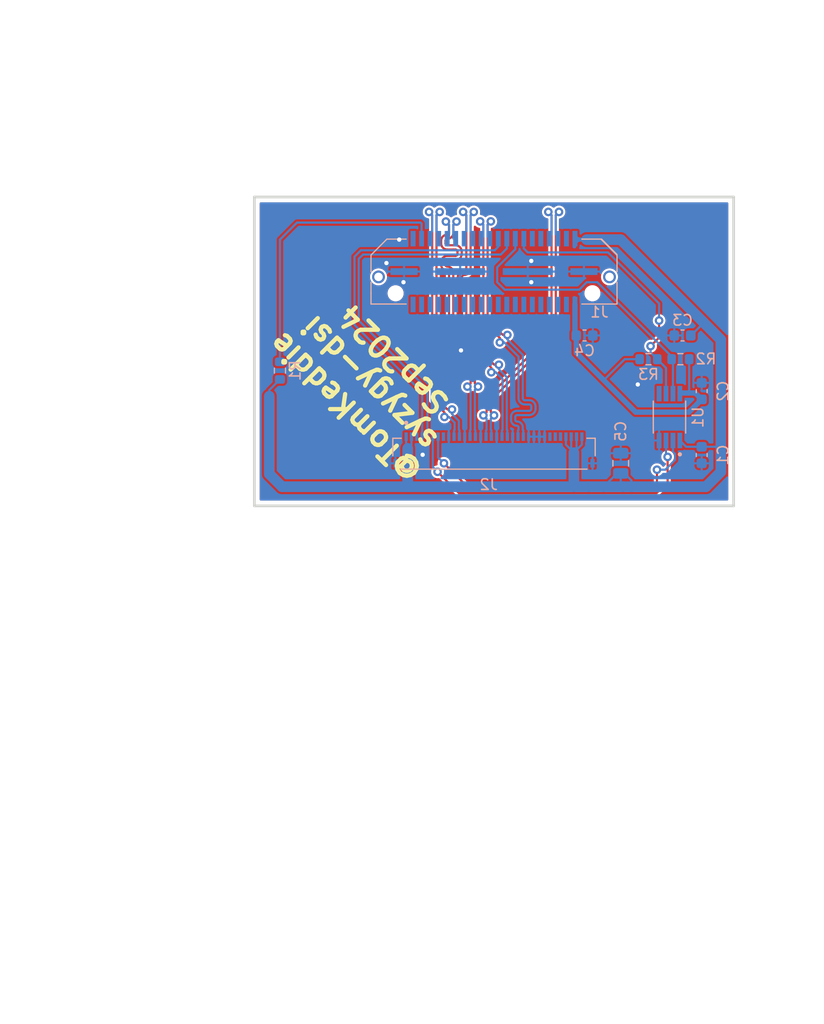
<source format=kicad_pcb>
(kicad_pcb (version 20240108) (generator "pcbnew") (generator_version "8.0")
  (title_block (title "SZG-TEMPLATE-STD") (rev "A") (company "Opal Kelly Incorporated"))
  (layers (0 "F.Cu" signal) (1 "In1.Cu" signal) (2 "In2.Cu" signal) (31 "B.Cu" signal) (34 "B.Paste" user) (35 "F.Paste" user) (36 "B.SilkS" user "B.Silkscreen") (37 "F.SilkS" user "F.Silkscreen") (38 "B.Mask" user) (39 "F.Mask" user) (44 "Edge.Cuts" user))
  (net 0 "")
  (net 1 "GND")
  (net 2 "/R_GA")
  (net 3 "/RSVD_38")
  (net 4 "/RSVD_37")
  (net 5 "/P2C_CLKN")
  (net 6 "/P2C_CLKP")
  (net 7 "/S27")
  (net 8 "/S26")
  (net 9 "/S25")
  (net 10 "/S24")
  (net 11 "/S23")
  (net 12 "/S22")
  (net 13 "/S21")
  (net 14 "/S20")
  (net 15 "/S19")
  (net 16 "/S18")
  (net 17 "/S17")
  (net 18 "/S16")
  (net 19 "/MCU_SDA_MOSI")
  (net 20 "/MCU_SCL_USCK")
  (net 26 "+3.3V")
  (net 27 "/C2P_CLK_N")
  (net 28 "/C2P_CLK_P")
  (net 29 "VBUS")
  (net 30 "/SCL")
  (net 31 "/SDA")
  (net 33 "unconnected-(J1-5V-Pad2)")
  (net 34 "/S02_D0_P")
  (net 35 "/S02_D0_N")
  (net 36 "/S1214_D6_P")
  (net 37 "/S810_D4_N")
  (net 38 "/S810_D4_P")
  (net 39 "/S46_D2_P")
  (net 40 "/S46_D2_N")
  (net 41 "/S1214_D6_N")
  (net 42 "/S911_D5_P")
  (net 43 "/S57_D3_P")
  (net 44 "/S57_D3_N")
  (net 45 "/S1315_D7_N")
  (net 46 "/S13_D1_N")
  (net 47 "/S1315_D7_P")
  (net 48 "/S911_D5_N")
  (net 49 "/S13_D1_P")
  (footprint "library:R_0603_1608Metric" (layer "B.Cu") (at 122.3 75.1 90)
    (property "Reference" "R1" (at 0 1.43 90) (layer "B.SilkS") (effects (justify mirror)))
    (property "Value" "10K")
    (pad "1" smd roundrect (at -0.825 0 90) (size 0.8 0.95) (layers "B.Cu" "B.Paste" "B.Mask") (net 26 "+3.3V"))
    (pad "2" smd roundrect (at 0.825 0 90) (size 0.8 0.95) (layers "B.Cu" "B.Paste" "B.Mask") (net 2 "/R_GA"))
  )
  (footprint "library:QTE-020-01-F-D-A" (layer "B.Cu") (at 142.40032 65.8)
    (property "Reference" "J1" (at 9.9 3.8 180) (layer "B.SilkS") (effects (justify mirror)))
    (property "Value" "SYZYGY_STD")
    (pad "" np_thru_hole circle (at -9.24 2.04 180) (size 1.02 1.02) (drill 1.02) (layers "*.Cu" "*.Mask"))
    (pad "" np_thru_hole circle (at 9.24 2.04 180) (size 1.02 1.02) (drill 1.02) (layers "*.Cu" "*.Mask"))
    (pad "0" smd rect (at -8.445 0) (size 2.54 0.64) (layers "B.Cu" "B.Paste" "B.Mask") (net 1 "GND"))
    (pad "0" smd rect (at -3.175 0) (size 4.7 0.64) (layers "B.Cu" "B.Paste" "B.Mask") (net 1 "GND"))
    (pad "0" smd rect (at 3.175 0) (size 4.7 0.64) (layers "B.Cu" "B.Paste" "B.Mask") (net 1 "GND"))
    (pad "0" smd rect (at 8.445 0) (size 2.54 0.64) (layers "B.Cu" "B.Paste" "B.Mask") (net 1 "GND"))
    (pad "1" smd rect (at -7.6 3.09) (size 0.46 1.45) (layers "B.Cu" "B.Paste" "B.Mask") (net 20 "/MCU_SCL_USCK"))
    (pad "2" smd rect (at -7.6 -3.09) (size 0.46 1.45) (layers "B.Cu" "B.Paste" "B.Mask") (net 33 "unconnected-(J1-5V-Pad2)"))
    (pad "3" smd rect (at -6.8 3.09) (size 0.46 1.45) (layers "B.Cu" "B.Paste" "B.Mask") (net 19 "/MCU_SDA_MOSI"))
    (pad "4" smd rect (at -6.8 -3.09) (size 0.46 1.45) (layers "B.Cu" "B.Paste" "B.Mask") (net 2 "/R_GA"))
    (pad "5" smd rect (at -6 3.09) (size 0.46 1.45) (layers "B.Cu" "B.Paste" "B.Mask") (net 34 "/S02_D0_P"))
    (pad "6" smd rect (at -6 -3.09) (size 0.46 1.45) (layers "B.Cu" "B.Paste" "B.Mask") (net 49 "/S13_D1_P"))
    (pad "7" smd rect (at -5.2 3.09) (size 0.46 1.45) (layers "B.Cu" "B.Paste" "B.Mask") (net 35 "/S02_D0_N"))
    (pad "8" smd rect (at -5.2 -3.09) (size 0.46 1.45) (layers "B.Cu" "B.Paste" "B.Mask") (net 46 "/S13_D1_N"))
    (pad "9" smd rect (at -4.4 3.09) (size 0.46 1.45) (layers "B.Cu" "B.Paste" "B.Mask") (net 39 "/S46_D2_P"))
    (pad "10" smd rect (at -4.4 -3.09) (size 0.46 1.45) (layers "B.Cu" "B.Paste" "B.Mask") (net 43 "/S57_D3_P"))
    (pad "11" smd rect (at -3.6 3.09) (size 0.46 1.45) (layers "B.Cu" "B.Paste" "B.Mask") (net 40 "/S46_D2_N"))
    (pad "12" smd rect (at -3.6 -3.09) (size 0.46 1.45) (layers "B.Cu" "B.Paste" "B.Mask") (net 44 "/S57_D3_N"))
    (pad "13" smd rect (at -2.8 3.09) (size 0.46 1.45) (layers "B.Cu" "B.Paste" "B.Mask") (net 38 "/S810_D4_P"))
    (pad "14" smd rect (at -2.8 -3.09) (size 0.46 1.45) (layers "B.Cu" "B.Paste" "B.Mask") (net 42 "/S911_D5_P"))
    (pad "15" smd rect (at -2 3.09) (size 0.46 1.45) (layers "B.Cu" "B.Paste" "B.Mask") (net 37 "/S810_D4_N"))
    (pad "16" smd rect (at -2 -3.09) (size 0.46 1.45) (layers "B.Cu" "B.Paste" "B.Mask") (net 48 "/S911_D5_N"))
    (pad "17" smd rect (at -1.2 3.09) (size 0.46 1.45) (layers "B.Cu" "B.Paste" "B.Mask") (net 36 "/S1214_D6_P"))
    (pad "18" smd rect (at -1.2 -3.09) (size 0.46 1.45) (layers "B.Cu" "B.Paste" "B.Mask") (net 47 "/S1315_D7_P"))
    (pad "19" smd rect (at -0.4 3.09) (size 0.46 1.45) (layers "B.Cu" "B.Paste" "B.Mask") (net 41 "/S1214_D6_N"))
    (pad "20" smd rect (at -0.4 -3.09) (size 0.46 1.45) (layers "B.Cu" "B.Paste" "B.Mask") (net 45 "/S1315_D7_N"))
    (pad "21" smd rect (at 0.4 3.09) (size 0.46 1.45) (layers "B.Cu" "B.Paste" "B.Mask") (net 18 "/S16"))
    (pad "22" smd rect (at 0.4 -3.09) (size 0.46 1.45) (layers "B.Cu" "B.Paste" "B.Mask") (net 17 "/S17"))
    (pad "23" smd rect (at 1.2 3.09) (size 0.46 1.45) (layers "B.Cu" "B.Paste" "B.Mask") (net 16 "/S18"))
    (pad "24" smd rect (at 1.2 -3.09) (size 0.46 1.45) (layers "B.Cu" "B.Paste" "B.Mask") (net 15 "/S19"))
    (pad "25" smd rect (at 2 3.09) (size 0.46 1.45) (layers "B.Cu" "B.Paste" "B.Mask") (net 14 "/S20"))
    (pad "26" smd rect (at 2 -3.09) (size 0.46 1.45) (layers "B.Cu" "B.Paste" "B.Mask") (net 13 "/S21"))
    (pad "27" smd rect (at 2.8 3.09) (size 0.46 1.45) (layers "B.Cu" "B.Paste" "B.Mask") (net 12 "/S22"))
    (pad "28" smd rect (at 2.8 -3.09) (size 0.46 1.45) (layers "B.Cu" "B.Paste" "B.Mask") (net 11 "/S23"))
    (pad "29" smd rect (at 3.6 3.09) (size 0.46 1.45) (layers "B.Cu" "B.Paste" "B.Mask") (net 10 "/S24"))
    (pad "30" smd rect (at 3.6 -3.09) (size 0.46 1.45) (layers "B.Cu" "B.Paste" "B.Mask") (net 9 "/S25"))
    (pad "31" smd rect (at 4.4 3.09) (size 0.46 1.45) (layers "B.Cu" "B.Paste" "B.Mask") (net 8 "/S26"))
    (pad "32" smd rect (at 4.4 -3.09) (size 0.46 1.45) (layers "B.Cu" "B.Paste" "B.Mask") (net 7 "/S27"))
    (pad "33" smd rect (at 5.2 3.09) (size 0.46 1.45) (layers "B.Cu" "B.Paste" "B.Mask") (net 6 "/P2C_CLKP"))
    (pad "34" smd rect (at 5.2 -3.09) (size 0.46 1.45) (layers "B.Cu" "B.Paste" "B.Mask") (net 28 "/C2P_CLK_P"))
    (pad "35" smd rect (at 6 3.09) (size 0.46 1.45) (layers "B.Cu" "B.Paste" "B.Mask") (net 5 "/P2C_CLKN"))
    (pad "36" smd rect (at 6 -3.09) (size 0.46 1.45) (layers "B.Cu" "B.Paste" "B.Mask") (net 27 "/C2P_CLK_N"))
    (pad "37" smd rect (at 6.8 3.09) (size 0.46 1.45) (layers "B.Cu" "B.Paste" "B.Mask") (net 4 "/RSVD_37"))
    (pad "38" smd rect (at 6.8 -3.09) (size 0.46 1.45) (layers "B.Cu" "B.Paste" "B.Mask") (net 3 "/RSVD_38"))
    (pad "39" smd rect (at 7.6 3.09) (size 0.46 1.45) (layers "B.Cu" "B.Paste" "B.Mask") (net 29 "VBUS"))
    (pad "40" smd rect (at 7.6 -3.09) (size 0.46 1.45) (layers "B.Cu" "B.Paste" "B.Mask") (net 26 "+3.3V"))
    (pad "MH" thru_hole circle (at -10.845 0.5 180) (size 1.2 1.2) (drill 0.8) (layers "*.Cu" "*.Mask"))
    (pad "MH" thru_hole circle (at 10.845 0.5 180) (size 1.2 1.2) (drill 0.8) (layers "*.Cu" "*.Mask"))
  )
  (footprint "library:R_0603_1608Metric" (layer "B.Cu") (at 156.9 74.025)
    (property "Reference" "R3" (at 0 1.43 180) (layer "B.SilkS") (effects (justify mirror)))
    (property "Value" "10K")
    (pad "1" smd roundrect (at -0.825 0) (size 0.8 0.95) (layers "B.Cu" "B.Paste" "B.Mask") (net 29 "VBUS"))
    (pad "2" smd roundrect (at 0.825 0) (size 0.8 0.95) (layers "B.Cu" "B.Paste" "B.Mask") (net 11 "/S23"))
  )
  (footprint "library:C_0603_1608Metric" (layer "B.Cu") (at 160.1 71.8 180)
    (property "Reference" "C3" (at 0 1.43 0) (layer "B.SilkS") (effects (justify mirror)))
    (property "Value" "10uF")
    (pad "1" smd roundrect (at -0.775 0 180) (size 0.9 0.95) (layers "B.Cu" "B.Paste" "B.Mask") (net 26 "+3.3V"))
    (pad "2" smd roundrect (at 0.775 0 180) (size 0.9 0.95) (layers "B.Cu" "B.Paste" "B.Mask") (net 1 "GND"))
  )
  (footprint "library:C_0603_1608Metric" (layer "B.Cu") (at 161.9 83.025 -90)
    (property "Reference" "C1" (at 0 -2 90) (layer "B.SilkS") (effects (justify mirror)))
    (property "Value" "0.1uF")
    (pad "1" smd roundrect (at -0.775 0 270) (size 0.9 0.95) (layers "B.Cu" "B.Paste" "B.Mask") (net 26 "+3.3V"))
    (pad "2" smd roundrect (at 0.775 0 270) (size 0.9 0.95) (layers "B.Cu" "B.Paste" "B.Mask") (net 1 "GND"))
  )
  (footprint "library:R_0603_1608Metric" (layer "B.Cu") (at 159.9 74.025 180)
    (property "Reference" "R2" (at -2.4 0.025 0) (layer "B.SilkS") (effects (justify mirror)))
    (property "Value" "10K")
    (pad "1" smd roundrect (at -0.825 0 180) (size 0.8 0.95) (layers "B.Cu" "B.Paste" "B.Mask") (net 29 "VBUS"))
    (pad "2" smd roundrect (at 0.825 0 180) (size 0.8 0.95) (layers "B.Cu" "B.Paste" "B.Mask") (net 13 "/S21"))
  )
  (footprint "library:C_0805_2012Metric" (layer "B.Cu") (at 154.3 83.8 90)
    (property "Reference" "C5" (at 3 0 90) (layer "B.SilkS") (effects (justify mirror)))
    (property "Value" "47uF")
    (pad "1" smd roundrect (at -0.949999 0 90) (size 1 1.45) (layers "B.Cu" "B.Paste" "B.Mask") (net 26 "+3.3V"))
    (pad "2" smd roundrect (at 0.949999 0 90) (size 1 1.45) (layers "B.Cu" "B.Paste" "B.Mask") (net 1 "GND"))
  )
  (footprint "library:HRS_FH34SRJ-34S-0.5SH_50_" (layer "B.Cu") (at 142.40032 82.55 180)
    (property "Reference" "J2" (at 0.50032 -3.25 0) (layer "B.SilkS") (effects (justify mirror)))
    (property "Value" "FH34SRJ-34S-0.5SH_50")
    (pad "1" smd rect (at 8.25 1.25 180) (size 0.3 0.8) (layers "B.Cu" "B.Mask") (net 26 "+3.3V"))
    (pad "2" smd rect (at 7.75 1.25 180) (size 0.3 0.8) (layers "B.Cu" "B.Mask") (net 26 "+3.3V"))
    (pad "3" smd rect (at 7.25 1.25 180) (size 0.3 0.8) (layers "B.Cu" "B.Mask"))
    (pad "4" smd rect (at 6.75 1.25 180) (size 0.3 0.8) (layers "B.Cu" "B.Mask") (net 17 "/S17"))
    (pad "5" smd rect (at 6.25 1.25 180) (size 0.3 0.8) (layers "B.Cu" "B.Mask") (net 15 "/S19"))
    (pad "6" smd rect (at 5.75 1.25 180) (size 0.3 0.8) (layers "B.Cu" "B.Mask") (net 31 "/SDA"))
    (pad "7" smd rect (at 5.25 1.25 180) (size 0.3 0.8) (layers "B.Cu" "B.Mask") (net 30 "/SCL"))
    (pad "8" smd rect (at 4.75 1.25 180) (size 0.3 0.8) (layers "B.Cu" "B.Mask"))
    (pad "9" smd rect (at 4.25 1.25 180) (size 0.3 0.8) (layers "B.Cu" "B.Mask") (net 1 "GND"))
    (pad "10" smd rect (at 3.75 1.25 180) (size 0.3 0.8) (layers "B.Cu" "B.Mask") (net 49 "/S13_D1_P"))
    (pad "11" smd rect (at 3.25 1.25 180) (size 0.3 0.8) (layers "B.Cu" "B.Mask") (net 46 "/S13_D1_N"))
    (pad "12" smd rect (at 2.75 1.25 180) (size 0.3 0.8) (layers "B.Cu" "B.Mask") (net 1 "GND"))
    (pad "13" smd rect (at 2.25 1.25 180) (size 0.3 0.8) (layers "B.Cu" "B.Mask") (net 43 "/S57_D3_P"))
    (pad "14" smd rect (at 1.75 1.25 180) (size 0.3 0.8) (layers "B.Cu" "B.Mask") (net 44 "/S57_D3_N"))
    (pad "15" smd rect (at 1.25 1.25 180) (size 0.3 0.8) (layers "B.Cu" "B.Mask") (net 1 "GND"))
    (pad "16" smd rect (at 0.75 1.25 180) (size 0.3 0.8) (layers "B.Cu" "B.Mask") (net 28 "/C2P_CLK_P"))
    (pad "17" smd rect (at 0.25 1.25 180) (size 0.3 0.8) (layers "B.Cu" "B.Mask") (net 27 "/C2P_CLK_N"))
    (pad "18" smd rect (at -0.25 1.25 180) (size 0.3 0.8) (layers "B.Cu" "B.Mask") (net 1 "GND"))
    (pad "19" smd rect (at -0.75 1.25 180) (size 0.3 0.8) (layers "B.Cu" "B.Mask") (net 42 "/S911_D5_P"))
    (pad "20" smd rect (at -1.25 1.25 180) (size 0.3 0.8) (layers "B.Cu" "B.Mask") (net 48 "/S911_D5_N"))
    (pad "21" smd rect (at -1.75 1.25 180) (size 0.3 0.8) (layers "B.Cu" "B.Mask") (net 1 "GND"))
    (pad "22" smd rect (at -2.25 1.25 180) (size 0.3 0.8) (layers "B.Cu" "B.Mask") (net 47 "/S1315_D7_P"))
    (pad "23" smd rect (at -2.75 1.25 180) (size 0.3 0.8) (layers "B.Cu" "B.Mask") (net 45 "/S1315_D7_N"))
    (pad "24" smd rect (at -3.25 1.25 180) (size 0.3 0.8) (layers "B.Cu" "B.Mask") (net 1 "GND"))
    (pad "25" smd rect (at -3.75 1.25 180) (size 0.3 0.8) (layers "B.Cu" "B.Mask") (net 1 "GND"))
    (pad "26" smd rect (at -4.25 1.25 180) (size 0.3 0.8) (layers "B.Cu" "B.Mask") (net 1 "GND"))
    (pad "27" smd rect (at -4.75 1.25 180) (size 0.3 0.8) (layers "B.Cu" "B.Mask") (net 1 "GND"))
    (pad "28" smd rect (at -5.25 1.25 180) (size 0.3 0.8) (layers "B.Cu" "B.Mask"))
    (pad "29" smd rect (at -5.75 1.25 180) (size 0.3 0.8) (layers "B.Cu" "B.Mask"))
    (pad "30" smd rect (at -6.25 1.25 180) (size 0.3 0.8) (layers "B.Cu" "B.Mask"))
    (pad "31" smd rect (at -6.75 1.25 180) (size 0.3 0.8) (layers "B.Cu" "B.Mask") (net 26 "+3.3V"))
    (pad "32" smd rect (at -7.25 1.25 180) (size 0.3 0.8) (layers "B.Cu" "B.Mask") (net 26 "+3.3V"))
    (pad "33" smd rect (at -7.75 1.25 180) (size 0.3 0.8) (layers "B.Cu" "B.Mask") (net 26 "+3.3V"))
    (pad "34" smd rect (at -8.25 1.25 180) (size 0.3 0.8) (layers "B.Cu" "B.Mask") (net 26 "+3.3V"))
    (pad "S1" smd rect (at 9.25 -1.25 180) (size 0.4 0.8) (layers "B.Cu" "B.Paste" "B.Mask") (net 1 "GND"))
    (pad "S2" smd rect (at -9.25 -1.25 180) (size 0.4 0.8) (layers "B.Cu" "B.Paste" "B.Mask") (net 1 "GND"))
  )
  (footprint "library:IC_TCA9517ADGKR" (layer "B.Cu") (at 158.875 79.461048 90)
    (property "Reference" "U1" (at -0.025 2.675 90) (layer "B.SilkS") (effects (justify mirror)))
    (property "Value" "TCA9517ADGKR")
    (pad "1" smd rect (at -2.2 0.975 90) (size 1.45 0.45) (layers "B.Cu" "B.Paste") (net 26 "+3.3V"))
    (pad "2" smd rect (at -2.2 0.325 90) (size 1.45 0.45) (layers "B.Cu" "B.Paste") (net 30 "/SCL"))
    (pad "3" smd rect (at -2.2 -0.325 90) (size 1.45 0.45) (layers "B.Cu" "B.Paste") (net 31 "/SDA"))
    (pad "4" smd rect (at -2.2 -0.975 90) (size 1.45 0.45) (layers "B.Cu" "B.Paste") (net 1 "GND"))
    (pad "5" smd rect (at 2.2 -0.975 90) (size 1.45 0.45) (layers "B.Cu" "B.Paste"))
    (pad "6" smd rect (at 2.2 -0.325 90) (size 1.45 0.45) (layers "B.Cu" "B.Paste") (net 11 "/S23"))
    (pad "7" smd rect (at 2.2 0.325 90) (size 1.45 0.45) (layers "B.Cu" "B.Paste") (net 13 "/S21"))
    (pad "8" smd rect (at 2.2 0.975 90) (size 1.45 0.45) (layers "B.Cu" "B.Paste") (net 29 "VBUS"))
  )
  (footprint "library:C_0603_1608Metric" (layer "B.Cu") (at 150.9 71.8)
    (property "Reference" "C4" (at 0 1.43 0) (layer "B.SilkS") (effects (justify mirror)))
    (property "Value" "10uF")
    (pad "1" smd roundrect (at -0.775 0) (size 0.9 0.95) (layers "B.Cu" "B.Paste" "B.Mask") (net 29 "VBUS"))
    (pad "2" smd roundrect (at 0.775 0) (size 0.9 0.95) (layers "B.Cu" "B.Paste" "B.Mask") (net 1 "GND"))
  )
  (footprint "library:C_0603_1608Metric" (layer "B.Cu") (at 161.9 77.025 90)
    (property "Reference" "C2" (at 0 2 90) (layer "B.SilkS") (effects (justify mirror)))
    (property "Value" "0.1uF")
    (pad "1" smd roundrect (at -0.775 0 90) (size 0.9 0.95) (layers "B.Cu" "B.Paste" "B.Mask") (net 29 "VBUS"))
    (pad "2" smd roundrect (at 0.775 0 90) (size 0.9 0.95) (layers "B.Cu" "B.Paste" "B.Mask") (net 1 "GND"))
  )
  (gr_line (start 152.5 62.75) (end 153.95 64.2) (stroke (width 0.12)) (layer "B.SilkS"))
  (gr_line (start 164.9 58.8) (end 119.9 58.8) (stroke (width 0.254)) (layer "Edge.Cuts"))
  (gr_line (start 164.9 87.8) (end 164.9 58.8) (stroke (width 0.254)) (layer "Edge.Cuts"))
  (gr_line (start 119.9 87.8) (end 164.9 87.8) (stroke (width 0.254)) (layer "Edge.Cuts"))
  (gr_line (start 119.9 58.8) (end 119.9 87.8) (stroke (width 0.254)) (layer "Edge.Cuts"))
  (gr_text "@TomKeddie\nsyzygy-dsi\nSep2024" (at 130.7 76.3 135) (layer "F.SilkS") (effects (font (size 2 2) (thickness 0.4) (bold yes))))
  (via (at 135.7 83) (size 0.8) (drill 0.4) (layers "F.Cu" "B.Cu") (net 1))
  (via (at 145.9 66.8) (size 0.8) (drill 0.4) (layers "F.Cu" "B.Cu") (net 1))
  (via (at 139.3 73.2) (size 0.8) (drill 0.4) (layers "F.Cu" "B.Cu") (net 1))
  (via (at 145.9 64.8) (size 0.8) (drill 0.4) (layers "F.Cu" "B.Cu") (net 1))
  (via (at 133.9 66.8) (size 0.8) (drill 0.4) (layers "F.Cu" "B.Cu") (net 1))
  (via (at 132.3 65) (size 0.8) (drill 0.4) (layers "F.Cu" "B.Cu") (net 1))
  (via (at 133.5 62.8) (size 0.8) (drill 0.4) (layers "F.Cu" "B.Cu") (net 1))
  (via (at 155.9 76.4) (size 0.8) (drill 0.4) (layers "F.Cu" "B.Cu") (net 1))
  (segment (start 135.5 61.2) (end 135.60032 61.30032) (width 0.2) (layer "B.Cu") (net 2))
  (segment (start 135.60032 61.30032) (end 135.60032 62.71) (width 0.2) (layer "B.Cu") (net 2))
  (segment (start 122.3 74.275) (end 122.3 62.8) (width 0.2) (layer "B.Cu") (net 2))
  (segment (start 123.9 61.2) (end 135.5 61.2) (width 0.2) (layer "B.Cu") (net 2))
  (segment (start 122.3 62.8) (end 123.9 61.2) (width 0.2) (layer "B.Cu") (net 2))
  (segment (start 157.9 70.4) (end 157.9 72) (width 0.2) (layer "F.Cu") (net 11))
  (segment (start 157.9 72) (end 157.1 72.8) (width 0.2) (layer "F.Cu") (net 11))
  (via (at 157.1 72.8) (size 0.8) (drill 0.4) (layers "F.Cu" "B.Cu") (net 11))
  (via (at 157.9 70.4) (size 0.8) (drill 0.4) (layers "F.Cu" "B.Cu") (net 11))
  (segment (start 145.56532 64) (end 146.1 64) (width 0.2) (layer "B.Cu") (net 11))
  (segment (start 145.20032 62.71) (end 145.20032 63.635) (width 0.2) (layer "B.Cu") (net 11))
  (segment (start 157.1 72.8) (end 157.1 73.4) (width 0.2) (layer "B.Cu") (net 11))
  (segment (start 154.3 65.2) (end 157.9 68.8) (width 0.2) (layer "B.Cu") (net 11))
  (segment (start 157.9 68.8) (end 157.9 70.4) (width 0.2) (layer "B.Cu") (net 11))
  (segment (start 157.1 73.4) (end 157.725 74.025) (width 0.2) (layer "B.Cu") (net 11))
  (segment (start 158.55 74.85) (end 157.725 74.025) (width 0.2) (layer "B.Cu") (net 11))
  (segment (start 158.55 77.261048) (end 158.55 74.85) (width 0.2) (layer "B.Cu") (net 11))
  (segment (start 145.20032 63.635) (end 145.56532 64) (width 0.2) (layer "B.Cu") (net 11))
  (segment (start 146.1 64) (end 153.1 64) (width 0.2) (layer "B.Cu") (net 11))
  (segment (start 153.1 64) (end 154.3 65.2) (width 0.2) (layer "B.Cu") (net 11))
  (segment (start 159.075 73.775) (end 159.075 74.025) (width 0.2) (layer "B.Cu") (net 13))
  (segment (start 150.4 67.5) (end 151.1 66.8) (width 0.2) (layer "B.Cu") (net 13))
  (segment (start 142.7 66.8) (end 143.4 67.5) (width 0.2) (layer "B.Cu") (net 13))
  (segment (start 142.7 65.4) (end 142.7 66.8) (width 0.2) (layer "B.Cu") (net 13))
  (segment (start 159.2 77.261048) (end 159.2 74.15) (width 0.2) (layer "B.Cu") (net 13))
  (segment (start 144.40032 62.71) (end 144.40032 63.69968) (width 0.2) (layer "B.Cu") (net 13))
  (segment (start 159.2 74.15) (end 159.075 74.025) (width 0.2) (layer "B.Cu") (net 13))
  (segment (start 143.4 67.5) (end 150.4 67.5) (width 0.2) (layer "B.Cu") (net 13))
  (segment (start 144.40032 63.69968) (end 142.7 65.4) (width 0.2) (layer "B.Cu") (net 13))
  (segment (start 151.1 66.8) (end 152.1 66.8) (width 0.2) (layer "B.Cu") (net 13))
  (segment (start 152.1 66.8) (end 159.075 73.775) (width 0.2) (layer "B.Cu") (net 13))
  (segment (start 136.15032 76.85032) (end 136.15032 81.3) (width 0.2) (layer "B.Cu") (net 15))
  (segment (start 143.03532 64.2) (end 130.1 64.2) (width 0.2) (layer "B.Cu") (net 15))
  (segment (start 129.7 64.6) (end 129.7 70.4) (width 0.2) (layer "B.Cu") (net 15))
  (segment (start 143.60032 62.71) (end 143.60032 63.635) (width 0.2) (layer "B.Cu") (net 15))
  (segment (start 143.60032 63.635) (end 143.03532 64.2) (width 0.2) (layer "B.Cu") (net 15))
  (segment (start 130.1 64.2) (end 129.7 64.6) (width 0.2) (layer "B.Cu") (net 15))
  (segment (start 129.7 70.4) (end 136.15032 76.85032) (width 0.2) (layer "B.Cu") (net 15))
  (segment (start 142.46532 63.8) (end 142.80032 63.465) (width 0.2) (layer "B.Cu") (net 17))
  (segment (start 129.3 64.4) (end 129.9 63.8) (width 0.2) (layer "B.Cu") (net 17))
  (segment (start 129.9 63.8) (end 142.46532 63.8) (width 0.2) (layer "B.Cu") (net 17))
  (segment (start 129.3 70.8) (end 129.3 64.4) (width 0.2) (layer "B.Cu") (net 17))
  (segment (start 142.80032 63.465) (end 142.80032 62.71) (width 0.2) (layer "B.Cu") (net 17))
  (segment (start 135.65032 81.3) (end 135.65032 77.15032) (width 0.2) (layer "B.Cu") (net 17))
  (segment (start 135.65032 77.15032) (end 129.3 70.8) (width 0.2) (layer "B.Cu") (net 17))
  (segment (start 155.3 63.8) (end 162.1 70.6) (width 1) (layer "B.Cu") (net 26))
  (segment (start 155.3 86) (end 154.5 86) (width 1) (layer "B.Cu") (net 26))
  (segment (start 160.3 86) (end 155.3 86) (width 1) (layer "B.Cu") (net 26))
  (segment (start 154.649999 84.749999) (end 155.3 85.4) (width 0.2) (layer "B.Cu") (net 26))
  (segment (start 122.3 75.925) (end 121.3 76.925) (width 0.2) (layer "B.Cu") (net 26))
  (segment (start 121.3 84.8) (end 121.3 77.5) (width 1) (layer "B.Cu") (net 26))
  (segment (start 134.65032 81.3) (end 134.65032 82.04968) (width 0.2) (layer "B.Cu") (net 26))
  (segment (start 163.7 82.2) (end 163.7 84.6) (width 1) (layer "B.Cu") (net 26))
  (segment (start 149.15032 81.3) (end 149.15032 82.05032) (width 0.2) (layer "B.Cu") (net 26))
  (segment (start 151.01 62.71) (end 151.1 62.8) (width 0.2) (layer "B.Cu") (net 26))
  (segment (start 149.9 86) (end 134.3 86) (width 1) (layer "B.Cu") (net 26))
  (segment (start 153.950001 84.749999) (end 152.7 86) (width 0.2) (layer "B.Cu") (net 26))
  (segment (start 160.438952 82.25) (end 159.85 81.661048) (width 0.2) (layer "B.Cu") (net 26))
  (segment (start 162.1 70.6) (end 163.7 72.2) (width 1) (layer "B.Cu") (net 26))
  (segment (start 134.15032 82.25032) (end 134.3 82.4) (width 0.2) (layer "B.Cu") (net 26))
  (segment (start 162.3 86) (end 160.3 86) (width 1) (layer "B.Cu") (net 26))
  (segment (start 163.7 72.2) (end 163.7 82.2) (width 1) (layer "B.Cu") (net 26))
  (segment (start 154.3 84.749999) (end 153.950001 84.749999) (width 0.2) (layer "B.Cu") (net 26))
  (segment (start 134.65032 82.04968) (end 134.3 82.4) (width 0.2) (layer "B.Cu") (net 26))
  (segment (start 161.9 82.25) (end 160.438952 82.25) (width 0.2) (layer "B.Cu") (net 26))
  (segment (start 163.7 84.6) (end 162.3 86) (width 1) (layer "B.Cu") (net 26))
  (segment (start 150.65032 82.04968) (end 149.9 82.8) (width 0.2) (layer "B.Cu") (net 26))
  (segment (start 163.65 82.25) (end 161.9 82.25) (width 0.2) (layer "B.Cu") (net 26))
  (segment (start 134.15032 81.3) (end 134.15032 82.25032) (width 0.2) (layer "B.Cu") (net 26))
  (segment (start 149.9 82.8) (end 149.9 86) (width 1) (layer "B.Cu") (net 26))
  (segment (start 151.3 86) (end 149.9 86) (width 1) (layer "B.Cu") (net 26))
  (segment (start 154.5 86) (end 152.7 86) (width 1) (layer "B.Cu") (net 26))
  (segment (start 154.3 85.8) (end 154.5 86) (width 0.2) (layer "B.Cu") (net 26))
  (segment (start 150.15032 81.3) (end 150.15032 82.54968) (width 0.2) (layer "B.Cu") (net 26))
  (segment (start 149.65032 81.3) (end 149.65032 82.55032) (width 0.2) (layer "B.Cu") (net 26))
  (segment (start 154.3 84.749999) (end 154.3 85.8) (width 0.2) (layer "B.Cu") (net 26))
  (segment (start 149.15032 82.05032) (end 149.9 82.8) (width 0.2) (layer "B.Cu") (net 26))
  (segment (start 154.3 84.749999) (end 154.649999 84.749999) (width 0.2) (layer "B.Cu") (net 26))
  (segment (start 155.3 85.4) (end 155.3 86) (width 0.2) (layer "B.Cu") (net 26))
  (segment (start 134.3 82.4) (end 134.3 86) (width 1) (layer "B.Cu") (net 26))
  (segment (start 122.5 86) (end 121.3 84.8) (width 1) (layer "B.Cu") (net 26))
  (segment (start 160.9 71.8) (end 162.1 70.6) (width 0.2) (layer "B.Cu") (net 26))
  (segment (start 163.7 82.2) (end 163.65 82.25) (width 0.2) (layer "B.Cu") (net 26))
  (segment (start 150.15032 82.54968) (end 149.9 82.8) (width 0.2) (layer "B.Cu") (net 26))
  (segment (start 150.00032 62.71) (end 151.01 62.71) (width 0.2) (layer "B.Cu") (net 26))
  (segment (start 121.3 76.925) (end 121.3 77.5) (width 0.2) (layer "B.Cu") (net 26))
  (segment (start 149.65032 82.55032) (end 149.9 82.8) (width 0.2) (layer "B.Cu") (net 26))
  (segment (start 160.875 71.8) (end 160.9 71.8) (width 0.2) (layer "B.Cu") (net 26))
  (segment (start 151.1 62.8) (end 154.3 62.8) (width 1) (layer "B.Cu") (net 26))
  (segment (start 134.3 86) (end 122.5 86) (width 1) (layer "B.Cu") (net 26))
  (segment (start 154.3 62.8) (end 155.3 63.8) (width 1) (layer "B.Cu") (net 26))
  (segment (start 152.7 86) (end 151.3 86) (width 1) (layer "B.Cu") (net 26))
  (segment (start 150.65032 81.3) (end 150.65032 82.04968) (width 0.2) (layer "B.Cu") (net 26))
  (segment (start 142.10032 79) (end 142.10032 77.882524) (width 0.2) (layer "F.Cu") (net 27))
  (segment (start 148.2 60.5) (end 148.5 60.2) (width 0.2) (layer "F.Cu") (net 27))
  (segment (start 148.2 71.782844) (end 148.2 60.5) (width 0.2) (layer "F.Cu") (net 27))
  (segment (start 142.40032 79.3) (end 142.10032 79) (width 0.2) (layer "F.Cu") (net 27))
  (segment (start 142.10032 77.882524) (end 148.2 71.782844) (width 0.2) (layer "F.Cu") (net 27))
  (via (at 142.40032 79.3) (size 0.8) (drill 0.4) (layers "F.Cu" "B.Cu") (net 27))
  (via (at 148.5 60.2) (size 0.8) (drill 0.4) (layers "F.Cu" "B.Cu") (net 27))
  (segment (start 142.15032 80.699999) (end 142.10032 80.649999) (width 0.2) (layer "B.Cu") (net 27))
  (segment (start 142.15032 81.3) (end 142.15032 80.699999) (width 0.2) (layer "B.Cu") (net 27))
  (segment (start 148.5 60.2) (end 148.2 60.5) (width 0.2) (layer "B.Cu") (net 27))
  (segment (start 142.10032 80.649999) (end 142.10032 79.6) (width 0.2) (layer "B.Cu") (net 27))
  (segment (start 142.10032 79.6) (end 142.40032 79.3) (width 0.2) (layer "B.Cu") (net 27))
  (segment (start 148.2 60.5) (end 148.2 62.3) (width 0.2) (layer "B.Cu") (net 27))
  (segment (start 141.70032 77.716836) (end 147.8 71.617156) (width 0.2) (layer "F.Cu") (net 28))
  (segment (start 141.70032 79) (end 141.70032 77.716836) (width 0.2) (layer "F.Cu") (net 28))
  (segment (start 141.40032 79.3) (end 141.70032 79) (width 0.2) (layer "F.Cu") (net 28))
  (segment (start 147.8 60.5) (end 147.5 60.2) (width 0.2) (layer "F.Cu") (net 28))
  (segment (start 147.8 71.617156) (end 147.8 60.5) (width 0.2) (layer "F.Cu") (net 28))
  (via (at 141.40032 79.3) (size 0.8) (drill 0.4) (layers "F.Cu" "B.Cu") (net 28))
  (via (at 147.5 60.2) (size 0.8) (drill 0.4) (layers "F.Cu" "B.Cu") (net 28))
  (segment (start 141.70032 80.649999) (end 141.70032 79.6) (width 0.2) (layer "B.Cu") (net 28))
  (segment (start 141.65032 81.3) (end 141.65032 80.699999) (width 0.2) (layer "B.Cu") (net 28))
  (segment (start 147.8 60.5) (end 147.8 62.3) (width 0.2) (layer "B.Cu") (net 28))
  (segment (start 141.65032 80.699999) (end 141.70032 80.649999) (width 0.2) (layer "B.Cu") (net 28))
  (segment (start 147.5 60.2) (end 147.8 60.5) (width 0.2) (layer "B.Cu") (net 28))
  (segment (start 141.70032 79.6) (end 141.40032 79.3) (width 0.2) (layer "B.Cu") (net 28))
  (segment (start 161.9 77.8) (end 161.3 77.2) (width 0.5) (layer "B.Cu") (net 29))
  (segment (start 154.675 74.025) (end 152.7 76) (width 0.2) (layer "B.Cu") (net 29))
  (segment (start 150.125 73.425) (end 152.7 76) (width 0.5) (layer "B.Cu") (net 29))
  (segment (start 160.725 74.025) (end 160.725 77.175) (width 0.2) (layer "B.Cu") (net 29))
  (segment (start 150.00032 71.67532) (end 150.125 71.8) (width 0.5) (layer "B.Cu") (net 29))
  (segment (start 155.7 79) (end 160.7 79) (width 0.5) (layer "B.Cu") (net 29))
  (segment (start 150.125 71.8) (end 150.125 73.425) (width 0.5) (layer "B.Cu") (net 29))
  (segment (start 160.7 77.2) (end 159.911048 77.2) (width 0.5) (layer "B.Cu") (net 29))
  (segment (start 159.911048 77.2) (end 159.875 77.236048) (width 0.5) (layer "B.Cu") (net 29))
  (segment (start 159.875 77.236048) (end 159.875 77.261048) (width 0.5) (layer "B.Cu") (net 29))
  (segment (start 152.7 76) (end 155.7 79) (width 0.5) (layer "B.Cu") (net 29))
  (segment (start 150.00032 68.89) (end 150.00032 71.67532) (width 0.5) (layer "B.Cu") (net 29))
  (segment (start 156.075 74.025) (end 154.675 74.025) (width 0.2) (layer "B.Cu") (net 29))
  (segment (start 161.3 77.2) (end 160.7 77.2) (width 0.5) (layer "B.Cu") (net 29))
  (segment (start 160.7 79) (end 161.9 77.8) (width 0.5) (layer "B.Cu") (net 29))
  (segment (start 160.725 77.175) (end 160.7 77.2) (width 0.2) (layer "B.Cu") (net 29))
  (segment (start 157.7 86) (end 157.5 86.2) (width 0.2) (layer "F.Cu") (net 30))
  (segment (start 140.1 86.2) (end 137.7 83.8) (width 0.2) (layer "F.Cu") (net 30))
  (segment (start 157.7 84.4) (end 157.7 86) (width 0.2) (layer "F.Cu") (net 30))
  (segment (start 157.5 86.2) (end 140.1 86.2) (width 0.2) (layer "F.Cu") (net 30))
  (via (at 137.7 83.8) (size 0.8) (drill 0.4) (layers "F.Cu" "B.Cu") (net 30))
  (via (at 157.7 84.4) (size 0.8) (drill 0.4) (layers "F.Cu" "B.Cu") (net 30))
  (segment (start 159.2 81.661048) (end 159.2 82.71005) (width 0.2) (layer "B.Cu") (net 30))
  (segment (start 158.48995 84.4) (end 157.7 84.4) (width 0.2) (layer "B.Cu") (net 30))
  (segment (start 137.15032 81.3) (end 137.15032 83.25032) (width 0.2) (layer "B.Cu") (net 30))
  (segment (start 159.2 82.71005) (end 159.4 82.91005) (width 0.2) (layer "B.Cu") (net 30))
  (segment (start 159.4 83.48995) (end 158.48995 84.4) (width 0.2) (layer "B.Cu") (net 30))
  (segment (start 159.4 82.91005) (end 159.4 83.48995) (width 0.2) (layer "B.Cu") (net 30))
  (segment (start 137.15032 83.25032) (end 137.7 83.8) (width 0.2) (layer "B.Cu") (net 30))
  (segment (start 158.7 83.2) (end 158.7 85.565685) (width 0.2) (layer "F.Cu") (net 31))
  (segment (start 139.1 86.6) (end 137.1 84.6) (width 0.2) (layer "F.Cu") (net 31))
  (segment (start 157.665685 86.6) (end 139.1 86.6) (width 0.2) (layer "F.Cu") (net 31))
  (segment (start 158.7 85.565685) (end 157.665685 86.6) (width 0.2) (layer "F.Cu") (net 31))
  (via (at 158.7 83.2) (size 0.8) (drill 0.4) (layers "F.Cu" "B.Cu") (net 31))
  (via (at 137.1 84.6) (size 0.8) (drill 0.4) (layers "F.Cu" "B.Cu") (net 31))
  (segment (start 136.65032 84.15032) (end 137.1 84.6) (width 0.2) (layer "B.Cu") (net 31))
  (segment (start 158.55 81.661048) (end 158.55 83.05) (width 0.2) (layer "B.Cu") (net 31))
  (segment (start 158.55 83.05) (end 158.7 83.2) (width 0.2) (layer "B.Cu") (net 31))
  (segment (start 136.65032 81.3) (end 136.65032 84.15032) (width 0.2) (layer "B.Cu") (net 31))
  (segment (start 142.146446 74.829289) (end 139.8 72.482843) (width 0.2) (layer "F.Cu") (net 42))
  (segment (start 142.146446 75.253554) (end 142.146446 74.829289) (width 0.2) (layer "F.Cu") (net 42))
  (segment (start 139 66.9) (end 139 66.32) (width 0.2) (layer "F.Cu") (net 42))
  (segment (start 139.8 60.5) (end 139.5 60.2) (width 0.2) (layer "F.Cu") (net 42))
  (segment (start 139.8 64.8) (end 139.8 60.5) (width 0.2) (layer "F.Cu") (net 42))
  (segment (start 139.8 65.52) (end 139.8 64.94) (width 0.2) (layer "F.Cu") (net 42))
  (segment (start 139.8 64.94) (end 139.8 64.8) (width 0.2) (layer "F.Cu") (net 42))
  (segment (start 139.8 72.482843) (end 139.8 67.7) (width 0.2) (layer "F.Cu") (net 42))
  (via (at 142.146446 75.253554) (size 0.8) (drill 0.4) (layers "F.Cu" "B.Cu") (net 42))
  (via (at 139.5 60.2) (size 0.8) (drill 0.4) (layers "F.Cu" "B.Cu") (net 42))
  (arc (start 139 66.32) (mid 139.175736 65.895736) (end 139.6 65.72) (width 0.2) (layer "F.Cu") (net 42))
  (arc (start 139.6 65.72) (mid 139.741421 65.661421) (end 139.8 65.52) (width 0.2) (layer "F.Cu") (net 42))
  (arc (start 139.8 67.7) (mid 139.741421 67.558579) (end 139.6 67.5) (width 0.2) (layer "F.Cu") (net 42))
  (arc (start 139.6 67.5) (mid 139.175736 67.324264) (end 139 66.9) (width 0.2) (layer "F.Cu") (net 42))
  (segment (start 139.60032 62.215) (end 139.60032 62.71) (width 0.2) (layer "B.Cu") (net 42))
  (segment (start 139.80032 61.776661) (end 139.80032 62.015) (width 0.2) (layer "B.Cu") (net 42))
  (segment (start 143.20032 80.649999) (end 143.20032 75.883163) (width 0.2) (layer "B.Cu") (net 42))
  (segment (start 143.20032 75.883163) (end 142.570711 75.253554) (width 0.2) (layer "B.Cu") (net 42))
  (segment (start 139.8 61.776341) (end 139.80032 61.776661) (width 0.2) (layer "B.Cu") (net 42))
  (segment (start 143.15032 81.3) (end 143.15032 80.699999) (width 0.2) (layer "B.Cu") (net 42))
  (segment (start 143.15032 80.699999) (end 143.20032 80.649999) (width 0.2) (layer "B.Cu") (net 42))
  (segment (start 139.5 60.2) (end 139.8 60.5) (width 0.2) (layer "B.Cu") (net 42))
  (segment (start 142.570711 75.253554) (end 142.146446 75.253554) (width 0.2) (layer "B.Cu") (net 42))
  (segment (start 139.8 60.5) (end 139.8 61.776341) (width 0.2) (layer "B.Cu") (net 42))
  (segment (start 139.80032 62.015) (end 139.60032 62.215) (width 0.2) (layer "B.Cu") (net 42))
  (segment (start 137.439488 65.16) (end 137.439488 64.9) (width 0.2) (layer "F.Cu") (net 43))
  (segment (start 140.20032 76.3) (end 140.20032 75.883164) (width 0.2) (layer "F.Cu") (net 43))
  (segment (start 137.439488 63.16) (end 137.439488 62.9) (width 0.2) (layer "F.Cu") (net 43))
  (segment (start 138.579488 63.73) (end 138.009488 63.73) (width 0.2) (layer "F.Cu") (net 43))
  (segment (start 138.009488 64.33) (end 138.179488 64.33) (width 0.2) (layer "F.Cu") (net 43))
  (segment (start 139.90032 76.6) (end 140.20032 76.3) (width 0.2) (layer "F.Cu") (net 43))
  (segment (start 140.20032 75.883164) (end 138.179488 73.862332) (width 0.2) (layer "F.Cu") (net 43))
  (segment (start 138.774488 63.73) (end 138.579488 63.73) (width 0.2) (layer "F.Cu") (net 43))
  (segment (start 138.179488 61.9) (end 138.179488 61.405463) (width 0.2) (layer "F.Cu") (net 43))
  (segment (start 138.179488 64.33) (end 138.774488 64.33) (width 0.2) (layer "F.Cu") (net 43))
  (segment (start 138.969488 64.135) (end 138.969488 63.925) (width 0.2) (layer "F.Cu") (net 43))
  (segment (start 138.179488 61.405463) (end 137.879488 61.105463) (width 0.2) (layer "F.Cu") (net 43))
  (segment (start 138.179488 73.862332) (end 138.179488 65.9) (width 0.2) (layer "F.Cu") (net 43))
  (segment (start 138.179488 62.16) (end 138.179488 61.9) (width 0.2) (layer "F.Cu") (net 43))
  (via (at 139.90032 76.6) (size 0.8) (drill 0.4) (layers "F.Cu" "B.Cu") (net 43))
  (via (at 137.879488 61.105463) (size 0.8) (drill 0.4) (layers "F.Cu" "B.Cu") (net 43))
  (arc (start 138.774488 64.33) (mid 138.912374 64.272886) (end 138.969488 64.135) (width 0.2) (layer "F.Cu") (net 43))
  (arc (start 138.969488 63.925) (mid 138.912374 63.787114) (end 138.774488 63.73) (width 0.2) (layer "F.Cu") (net 43))
  (arc (start 138.179488 65.9) (mid 138.129696 65.779792) (end 138.009488 65.73) (width 0.2) (layer "F.Cu") (net 43))
  (arc (start 138.009488 62.33) (mid 138.129696 62.280208) (end 138.179488 62.16) (width 0.2) (layer "F.Cu") (net 43))
  (arc (start 138.009488 63.73) (mid 137.606437 63.563051) (end 137.439488 63.16) (width 0.2) (layer "F.Cu") (net 43))
  (arc (start 138.009488 65.73) (mid 137.606437 65.563051) (end 137.439488 65.16) (width 0.2) (layer "F.Cu") (net 43))
  (arc (start 137.439488 64.9) (mid 137.606437 64.496949) (end 138.009488 64.33) (width 0.2) (layer "F.Cu") (net 43))
  (arc (start 137.439488 62.9) (mid 137.606437 62.496949) (end 138.009488 62.33) (width 0.2) (layer "F.Cu") (net 43))
  (segment (start 140.20032 76.9) (end 139.90032 76.6) (width 0.2) (layer "B.Cu") (net 43))
  (segment (start 140.15032 80.699999) (end 140.20032 80.649999) (width 0.2) (layer "B.Cu") (net 43))
  (segment (start 137.879488 61.105463) (end 138.179488 61.405463) (width 0.2) (layer "B.Cu") (net 43))
  (segment (start 140.20032 80.649999) (end 140.20032 76.9) (width 0.2) (layer "B.Cu") (net 43))
  (segment (start 138.179488 61.405463) (end 138.179488 62.7) (width 0.2) (layer "B.Cu") (net 43))
  (segment (start 140.15032 81.3) (end 140.15032 80.699999) (width 0.2) (layer "B.Cu") (net 43))
  (segment (start 138.774488 63.33) (end 138.579488 63.33) (width 0.2) (layer "F.Cu") (net 44))
  (segment (start 137.839488 65.16) (end 137.839488 64.9) (width 0.2) (layer "F.Cu") (net 44))
  (segment (start 138.579488 61.405463) (end 138.879488 61.105463) (width 0.2) (layer "F.Cu") (net 44))
  (segment (start 140.60032 75.717476) (end 138.579488 73.696644) (width 0.2) (layer "F.Cu") (net 44))
  (segment (start 139.369488 64.135) (end 139.369488 63.925) (width 0.2) (layer "F.Cu") (net 44))
  (segment (start 138.179488 64.73) (end 138.774488 64.73) (width 0.2) (layer "F.Cu") (net 44))
  (segment (start 138.579488 62.16) (end 138.579488 61.9) (width 0.2) (layer "F.Cu") (net 44))
  (segment (start 137.839488 63.16) (end 137.839488 62.9) (width 0.2) (layer "F.Cu") (net 44))
  (segment (start 138.579488 61.9) (end 138.579488 61.405463) (width 0.2) (layer "F.Cu") (net 44))
  (segment (start 138.579488 73.696644) (end 138.579488 65.9) (width 0.2) (layer "F.Cu") (net 44))
  (segment (start 138.009488 64.73) (end 138.179488 64.73) (width 0.2) (layer "F.Cu") (net 44))
  (segment (start 140.60032 76.3) (end 140.60032 75.717476) (width 0.2) (layer "F.Cu") (net 44))
  (segment (start 140.90032 76.6) (end 140.60032 76.3) (width 0.2) (layer "F.Cu") (net 44))
  (segment (start 138.579488 63.33) (end 138.009488 63.33) (width 0.2) (layer "F.Cu") (net 44))
  (via (at 138.879488 61.105463) (size 0.8) (drill 0.4) (layers "F.Cu" "B.Cu") (net 44))
  (via (at 140.90032 76.6) (size 0.8) (drill 0.4) (layers "F.Cu" "B.Cu") (net 44))
  (arc (start 138.774488 64.73) (mid 139.195217 64.555729) (end 139.369488 64.135) (width 0.2) (layer "F.Cu") (net 44))
  (arc (start 139.369488 63.925) (mid 139.195217 63.504271) (end 138.774488 63.33) (width 0.2) (layer "F.Cu") (net 44))
  (arc (start 138.009488 63.33) (mid 137.88928 63.280208) (end 137.839488 63.16) (width 0.2) (layer "F.Cu") (net 44))
  (arc (start 137.839488 62.9) (mid 137.88928 62.779792) (end 138.009488 62.73) (width 0.2) (layer "F.Cu") (net 44))
  (arc (start 137.839488 64.9) (mid 137.88928 64.779792) (end 138.009488 64.73) (width 0.2) (layer "F.Cu") (net 44))
  (arc (start 138.579488 65.9) (mid 138.412539 65.496949) (end 138.009488 65.33) (width 0.2) (layer "F.Cu") (net 44))
  (arc (start 138.009488 62.73) (mid 138.412539 62.563051) (end 138.579488 62.16) (width 0.2) (layer "F.Cu") (net 44))
  (arc (start 138.009488 65.33) (mid 137.88928 65.280208) (end 137.839488 65.16) (width 0.2) (layer "F.Cu") (net 44))
  (segment (start 140.60032 80.649999) (end 140.60032 76.9) (width 0.2) (layer "B.Cu") (net 44))
  (segment (start 140.65032 81.3) (end 140.65032 80.699999) (width 0.2) (layer "B.Cu") (net 44))
  (segment (start 138.879488 61.105463) (end 138.579488 61.405463) (width 0.2) (layer "B.Cu") (net 44))
  (segment (start 140.60032 76.9) (end 140.90032 76.6) (width 0.2) (layer "B.Cu") (net 44))
  (segment (start 140.65032 80.699999) (end 140.60032 80.649999) (width 0.2) (layer "B.Cu") (net 44))
  (segment (start 138.579488 61.405463) (end 138.579488 62.7) (width 0.2) (layer "B.Cu") (net 44))
  (segment (start 143.653554 71.746446) (end 143.229289 71.746446) (width 0.2) (layer "F.Cu") (net 45))
  (segment (start 143.229289 71.746446) (end 141.8 70.317157) (width 0.2) (layer "F.Cu") (net 45))
  (segment (start 141.8 61.388588) (end 142.1 61.088588) (width 0.2) (layer "F.Cu") (net 45))
  (segment (start 141.8 70.317157) (end 141.8 61.388588) (width 0.2) (layer "F.Cu") (net 45))
  (via (at 143.653554 71.746446) (size 0.8) (drill 0.4) (layers "F.Cu" "B.Cu") (net 45))
  (via (at 142.1 61.088588) (size 0.8) (drill 0.4) (layers "F.Cu" "B.Cu") (net 45))
  (segment (start 145.70032 77.877714) (end 145.30032 77.877714) (width 0.2) (layer "B.Cu") (net 45))
  (segment (start 144.70032 79.277714) (end 145.70032 79.277714) (width 0.2) (layer "B.Cu") (net 45))
  (segment (start 144.55032 79.277714) (end 144.70032 79.277714) (width 0.2) (layer "B.Cu") (net 45))
  (segment (start 141.80032 62.20032) (end 141.80032 62.51) (width 0.2) (layer "B.Cu") (net 45))
  (segment (start 146.30032 78.677714) (end 146.30032 78.477714) (width 0.2) (layer "B.Cu") (net 45))
  (segment (start 141.80032 62.51) (end 142.00032 62.71) (width 0.2) (layer "B.Cu") (net 45))
  (segment (start 145.15032 80.699999) (end 145.10032 80.649999) (width 0.2) (layer "B.Cu") (net 45))
  (segment (start 145.10032 77.677714) (end 145.10032 77.477714) (width 0.2) (layer "B.Cu") (net 45))
  (segment (start 145.10032 80.649999) (end 145.10032 80.427714) (width 0.2) (layer "B.Cu") (net 45))
  (segment (start 142.1 61.088588) (end 141.8 61.388588) (width 0.2) (layer "B.Cu") (net 45))
  (segment (start 144.40032 79.727714) (end 144.40032 79.427714) (width 0.2) (layer "B.Cu") (net 45))
  (segment (start 145.10032 73.617477) (end 143.653554 72.170711) (width 0.2) (layer "B.Cu") (net 45))
  (segment (start 141.8 62.2) (end 141.80032 62.20032) (width 0.2) (layer "B.Cu") (net 45))
  (segment (start 145.15032 81.3) (end 145.15032 80.699999) (width 0.2) (layer "B.Cu") (net 45))
  (segment (start 143.653554 72.170711) (end 143.653554 71.746446) (width 0.2) (layer "B.Cu") (net 45))
  (segment (start 145.10032 77.477714) (end 145.10032 76.9) (width 0.2) (layer "B.Cu") (net 45))
  (segment (start 145.10032 76.9) (end 145.10032 73.617477) (width 0.2) (layer "B.Cu") (net 45))
  (segment (start 141.8 61.388588) (end 141.8 62.2) (width 0.2) (layer "B.Cu") (net 45))
  (arc (start 144.55032 79.877714) (mid 144.444254 79.83378) (end 144.40032 79.727714) (width 0.2) (layer "B.Cu") (net 45))
  (arc (start 146.30032 78.477714) (mid 146.124584 78.05345) (end 145.70032 77.877714) (width 0.2) (layer "B.Cu") (net 45))
  (arc (start 145.70032 79.277714) (mid 146.124584 79.101978) (end 146.30032 78.677714) (width 0.2) (layer "B.Cu") (net 45))
  (arc (start 145.30032 77.877714) (mid 145.158899 77.819135) (end 145.10032 77.677714) (width 0.2) (layer "B.Cu") (net 45))
  (arc (start 145.10032 80.427714) (mid 144.939229 80.038805) (end 144.55032 79.877714) (width 0.2) (layer "B.Cu") (net 45))
  (arc (start 144.40032 79.427714) (mid 144.444254 79.321648) (end 144.55032 79.277714) (width 0.2) (layer "B.Cu") (net 45))
  (segment (start 137 60.5) (end 137.3 60.2) (width 0.2) (layer "F.Cu") (net 46))
  (segment (start 135.8 71.808) (end 135.8 71.61) (width 0.2) (layer "F.Cu") (net 46))
  (segment (start 137 70.818) (end 137 70.62) (width 0.2) (layer "F.Cu") (net 46))
  (segment (start 138.453554 78.746446) (end 138.029289 78.746446) (width 0.2) (layer "F.Cu") (net 46))
  (segment (start 135.996 71.414) (end 136.404 71.414) (width 0.2) (layer "F.Cu") (net 46))
  (segment (start 137 70.62) (end 137 69.8) (width 0.2) (layer "F.Cu") (net 46))
  (segment (start 137 69.8) (end 137 60.5) (width 0.2) (layer "F.Cu") (net 46))
  (segment (start 138.029289 78.746446) (end 137 77.717157) (width 0.2) (layer "F.Cu") (net 46))
  (segment (start 137 77.717157) (end 137 72.6) (width 0.2) (layer "F.Cu") (net 46))
  (segment (start 136.404 72.004) (end 135.996 72.004) (width 0.2) (layer "F.Cu") (net 46))
  (via (at 137.3 60.2) (size 0.8) (drill 0.4) (layers "F.Cu" "B.Cu") (net 46))
  (via (at 138.453554 78.746446) (size 0.8) (drill 0.4) (layers "F.Cu" "B.Cu") (net 46))
  (arc (start 135.996 72.004) (mid 135.857407 71.946593) (end 135.8 71.808) (width 0.2) (layer "F.Cu") (net 46))
  (arc (start 135.8 71.61) (mid 135.857407 71.471407) (end 135.996 71.414) (width 0.2) (layer "F.Cu") (net 46))
  (arc (start 137 72.6) (mid 136.825436 72.178564) (end 136.404 72.004) (width 0.2) (layer "F.Cu") (net 46))
  (arc (start 136.404 71.414) (mid 136.825436 71.239436) (end 137 70.818) (width 0.2) (layer "F.Cu") (net 46))
  (segment (start 138.453554 79.170711) (end 138.453554 78.746446) (width 0.2) (layer "B.Cu") (net 46))
  (segment (start 137.3 60.2) (end 137 60.5) (width 0.2) (layer "B.Cu") (net 46))
  (segment (start 137.00032 62.015) (end 137.20032 62.215) (width 0.2) (layer "B.Cu") (net 46))
  (segment (start 137 60.5) (end 137 61.786013) (width 0.2) (layer "B.Cu") (net 46))
  (segment (start 139.15032 81.3) (end 139.15032 80.699999) (width 0.2) (layer "B.Cu") (net 46))
  (segment (start 139.10032 79.817477) (end 138.453554 79.170711) (width 0.2) (layer "B.Cu") (net 46))
  (segment (start 139.15032 80.699999) (end 139.10032 80.649999) (width 0.2) (layer "B.Cu") (net 46))
  (segment (start 139.10032 80.649999) (end 139.10032 79.817477) (width 0.2) (layer "B.Cu") (net 46))
  (segment (start 137 61.786013) (end 137.00032 61.786333) (width 0.2) (layer "B.Cu") (net 46))
  (segment (start 137.00032 61.786333) (end 137.00032 62.015) (width 0.2) (layer "B.Cu") (net 46))
  (segment (start 137.20032 62.215) (end 137.20032 62.71) (width 0.2) (layer "B.Cu") (net 46))
  (segment (start 141.4 70.482843) (end 141.4 61.388588) (width 0.2) (layer "F.Cu") (net 47))
  (segment (start 142.946446 72.453554) (end 142.946446 72.029289) (width 0.2) (layer "F.Cu") (net 47))
  (segment (start 142.946446 72.029289) (end 141.4 70.482843) (width 0.2) (layer "F.Cu") (net 47))
  (segment (start 141.4 61.388588) (end 141.1 61.088588) (width 0.2) (layer "F.Cu") (net 47))
  (via (at 142.946446 72.453554) (size 0.8) (drill 0.4) (layers "F.Cu" "B.Cu") (net 47))
  (via (at 141.1 61.088588) (size 0.8) (drill 0.4) (layers "F.Cu" "B.Cu") (net 47))
  (segment (start 144.65032 80.699999) (end 144.70032 80.649999) (width 0.2) (layer "B.Cu") (net 47))
  (segment (start 144.55032 78.877714) (end 144.70032 78.877714) (width 0.2) (layer "B.Cu") (net 47))
  (segment (start 141.4 61.388588) (end 141.4 62.353072) (width 0.2) (layer "B.Cu") (net 47))
  (segment (start 144.70032 77.677714) (end 144.70032 77.477714) (width 0.2) (layer "B.Cu") (net 47))
  (segment (start 141.4 62.353072) (end 141.40032 62.353392) (width 0.2) (layer "B.Cu") (net 47))
  (segment (start 141.40032 62.353392) (end 141.40032 62.51) (width 0.2) (layer "B.Cu") (net 47))
  (segment (start 144.70032 80.649999) (end 144.70032 80.427714) (width 0.2) (layer "B.Cu") (net 47))
  (segment (start 144.70032 76.9) (end 144.70032 73.783163) (width 0.2) (layer "B.Cu") (net 47))
  (segment (start 144.70032 73.783163) (end 143.370711 72.453554) (width 0.2) (layer "B.Cu") (net 47))
  (segment (start 145.90032 78.677714) (end 145.90032 78.477714) (width 0.2) (layer "B.Cu") (net 47))
  (segment (start 144.65032 81.3) (end 144.65032 80.699999) (width 0.2) (layer "B.Cu") (net 47))
  (segment (start 145.70032 78.277714) (end 145.30032 78.277714) (width 0.2) (layer "B.Cu") (net 47))
  (segment (start 143.370711 72.453554) (end 142.946446 72.453554) (width 0.2) (layer "B.Cu") (net 47))
  (segment (start 144.70032 78.877714) (end 145.70032 78.877714) (width 0.2) (layer "B.Cu") (net 47))
  (segment (start 144.00032 79.727714) (end 144.00032 79.427714) (width 0.2) (layer "B.Cu") (net 47))
  (segment (start 141.1 61.088588) (end 141.4 61.388588) (width 0.2) (layer "B.Cu") (net 47))
  (segment (start 144.70032 77.477714) (end 144.70032 76.9) (width 0.2) (layer "B.Cu") (net 47))
  (segment (start 141.40032 62.51) (end 141.20032 62.71) (width 0.2) (layer "B.Cu") (net 47))
  (arc (start 145.90032 78.477714) (mid 145.841741 78.336293) (end 145.70032 78.277714) (width 0.2) (layer "B.Cu") (net 47))
  (arc (start 144.70032 80.427714) (mid 144.656386 80.321648) (end 144.55032 80.277714) (width 0.2) (layer "B.Cu") (net 47))
  (arc (start 145.30032 78.277714) (mid 144.876056 78.101978) (end 144.70032 77.677714) (width 0.2) (layer "B.Cu") (net 47))
  (arc (start 144.00032 79.427714) (mid 144.161411 79.038805) (end 144.55032 78.877714) (width 0.2) (layer "B.Cu") (net 47))
  (arc (start 144.55032 80.277714) (mid 144.161411 80.116623) (end 144.00032 79.727714) (width 0.2) (layer "B.Cu") (net 47))
  (arc (start 145.70032 78.877714) (mid 145.841741 78.819135) (end 145.90032 78.677714) (width 0.2) (layer "B.Cu") (net 47))
  (segment (start 140.2 64.8) (end 140.2 60.5) (width 0.2) (layer "F.Cu") (net 48))
  (segment (start 140.2 65.52) (end 140.2 64.94) (width 0.2) (layer "F.Cu") (net 48))
  (segment (start 140.2 60.5) (end 140.5 60.2) (width 0.2) (layer "F.Cu") (net 48))
  (segment (start 142.853554 74.546446) (end 142.429289 74.546446) (width 0.2) (layer "F.Cu") (net 48))
  (segment (start 140.2 64.94) (end 140.2 64.8) (width 0.2) (layer "F.Cu") (net 48))
  (segment (start 142.429289 74.546446) (end 140.2 72.317157) (width 0.2) (layer "F.Cu") (net 48))
  (segment (start 139.4 66.9) (end 139.4 66.32) (width 0.2) (layer "F.Cu") (net 48))
  (segment (start 140.2 72.317157) (end 140.2 67.7) (width 0.2) (layer "F.Cu") (net 48))
  (via (at 140.5 60.2) (size 0.8) (drill 0.4) (layers "F.Cu" "B.Cu") (net 48))
  (via (at 142.853554 74.546446) (size 0.8) (drill 0.4) (layers "F.Cu" "B.Cu") (net 48))
  (arc (start 139.6 67.1) (mid 139.458579 67.041421) (end 139.4 66.9) (width 0.2) (layer "F.Cu") (net 48))
  (arc (start 140.2 67.7) (mid 140.024264 67.275736) (end 139.6 67.1) (width 0.2) (layer "F.Cu") (net 48))
  (arc (start 139.6 66.12) (mid 140.024264 65.944264) (end 140.2 65.52) (width 0.2) (layer "F.Cu") (net 48))
  (arc (start 139.4 66.32) (mid 139.458579 66.178579) (end 139.6 66.12) (width 0.2) (layer "F.Cu") (net 48))
  (segment (start 143.60032 75.717477) (end 142.853554 74.970711) (width 0.2) (layer "B.Cu") (net 48))
  (segment (start 140.5 60.2) (end 140.2 60.5) (width 0.2) (layer "B.Cu") (net 48))
  (segment (start 143.65032 80.699999) (end 143.60032 80.649999) (width 0.2) (layer "B.Cu") (net 48))
  (segment (start 143.60032 80.649999) (end 143.60032 75.717477) (width 0.2) (layer "B.Cu") (net 48))
  (segment (start 143.65032 81.3) (end 143.65032 80.699999) (width 0.2) (layer "B.Cu") (net 48))
  (segment (start 140.20032 62.015) (end 140.40032 62.215) (width 0.2) (layer "B.Cu") (net 48))
  (segment (start 142.853554 74.970711) (end 142.853554 74.546446) (width 0.2) (layer "B.Cu") (net 48))
  (segment (start 140.2 60.5) (end 140.2 61.623269) (width 0.2) (layer "B.Cu") (net 48))
  (segment (start 140.20032 61.623589) (end 140.20032 62.015) (width 0.2) (layer "B.Cu") (net 48))
  (segment (start 140.40032 62.215) (end 140.40032 62.71) (width 0.2) (layer "B.Cu") (net 48))
  (segment (start 140.2 61.623269) (end 140.20032 61.623589) (width 0.2) (layer "B.Cu") (net 48))
  (segment (start 135.996 71.014) (end 136.404 71.014) (width 0.2) (layer "F.Cu") (net 49))
  (segment (start 136.6 70.62) (end 136.6 69.8) (width 0.2) (layer "F.Cu") (net 49))
  (segment (start 136.404 72.404) (end 135.996 72.404) (width 0.2) (layer "F.Cu") (net 49))
  (segment (start 137.746446 79.453554) (end 137.746446 79.029289) (width 0.2) (layer "F.Cu") (net 49))
  (segment (start 136.6 60.5) (end 136.3 60.2) (width 0.2) (layer "F.Cu") (net 49))
  (segment (start 136.6 70.818) (end 136.6 70.62) (width 0.2) (layer "F.Cu") (net 49))
  (segment (start 135.4 71.808) (end 135.4 71.61) (width 0.2) (layer "F.Cu") (net 49))
  (segment (start 137.746446 79.029289) (end 136.6 77.882843) (width 0.2) (layer "F.Cu") (net 49))
  (segment (start 136.6 77.882843) (end 136.6 72.6) (width 0.2) (layer "F.Cu") (net 49))
  (segment (start 136.6 69.8) (end 136.6 60.5) (width 0.2) (layer "F.Cu") (net 49))
  (via (at 137.746446 79.453554) (size 0.8) (drill 0.4) (layers "F.Cu" "B.Cu") (net 49))
  (via (at 136.3 60.2) (size 0.8) (drill 0.4) (layers "F.Cu" "B.Cu") (net 49))
  (arc (start 136.6 72.6) (mid 136.542593 72.461407) (end 136.404 72.404) (width 0.2) (layer "F.Cu") (net 49))
  (arc (start 135.996 72.404) (mid 135.574564 72.229436) (end 135.4 71.808) (width 0.2) (layer "F.Cu") (net 49))
  (arc (start 135.4 71.61) (mid 135.574564 71.188564) (end 135.996 71.014) (width 0.2) (layer "F.Cu") (net 49))
  (arc (start 136.404 71.014) (mid 136.542593 70.956593) (end 136.6 70.818) (width 0.2) (layer "F.Cu") (net 49))
  (segment (start 136.40032 62.215) (end 136.40032 62.71) (width 0.2) (layer "B.Cu") (net 49))
  (segment (start 136.6 60.5) (end 136.6 61.939085) (width 0.2) (layer "B.Cu") (net 49))
  (segment (start 138.70032 79.983163) (end 138.170711 79.453554) (width 0.2) (layer "B.Cu") (net 49))
  (segment (start 136.60032 62.015) (end 136.40032 62.215) (width 0.2) (layer "B.Cu") (net 49))
  (segment (start 138.170711 79.453554) (end 137.746446 79.453554) (width 0.2) (layer "B.Cu") (net 49))
  (segment (start 138.65032 80.699999) (end 138.70032 80.649999) (width 0.2) (layer "B.Cu") (net 49))
  (segment (start 136.6 61.939085) (end 136.60032 61.939405) (width 0.2) (layer "B.Cu") (net 49))
  (segment (start 138.65032 81.3) (end 138.65032 80.699999) (width 0.2) (layer "B.Cu") (net 49))
  (segment (start 138.70032 80.649999) (end 138.70032 79.983163) (width 0.2) (layer "B.Cu") (net 49))
  (segment (start 136.60032 61.939405) (end 136.60032 62.015) (width 0.2) (layer "B.Cu") (net 49))
  (segment (start 136.3 60.2) (end 136.6 60.5) (width 0.2) (layer "B.Cu") (net 49))
  (zone (net 1) (net_name "GND") (layers "F.Cu" "In1.Cu" "In2.Cu" "B.Cu") (priority 1) (connect_pads (clearance 0.2)) (min_thickness 0.2) (fill yes (thermal_gap 0.2) (thermal_bridge_width 0.2) (island_removal_mode 2) (island_area_min 2))
    (polygon (pts (xy 165.9 57.8) (xy 118.9 57.8) (xy 118.9 88.8) (xy 165.9 88.8)))
  )
  (zone (net 26) (net_name "+3.3V") (layer "B.Cu") (connect_pads yes (clearance 0.2794)) (min_thickness 0.254) (fill yes (thermal_gap 0.508) (thermal_bridge_width 0.508))
    (polygon (pts (xy 150.9688 61.731376) (xy 149.775 61.731376) (xy 149.775 63.687176) (xy 150.9688 63.687176)))
  )
  (zone (net 33) (net_name "unconnected-(J1-5V-Pad2)") (layer "B.Cu") (connect_pads yes (clearance 0.2794)) (min_thickness 0.254) (fill yes (thermal_gap 0.508) (thermal_bridge_width 0.508))
    (polygon (pts (xy 133.8192 63.6956) (xy 135.013 63.6956) (xy 135.013 61.7398) (xy 133.8192 61.7398)))
  )
  (zone (net 29) (net_name "VBUS") (layer "B.Cu") (connect_pads yes (clearance 0.2794)) (min_thickness 0.254) (fill yes (thermal_gap 0.508) (thermal_bridge_width 0.508))
    (polygon (pts (xy 149.78955 70.1602) (xy 150.98335 70.1602) (xy 151 68.3) (xy 150.8 68.1044) (xy 149.78955 68.1044)))
  )
)
</source>
